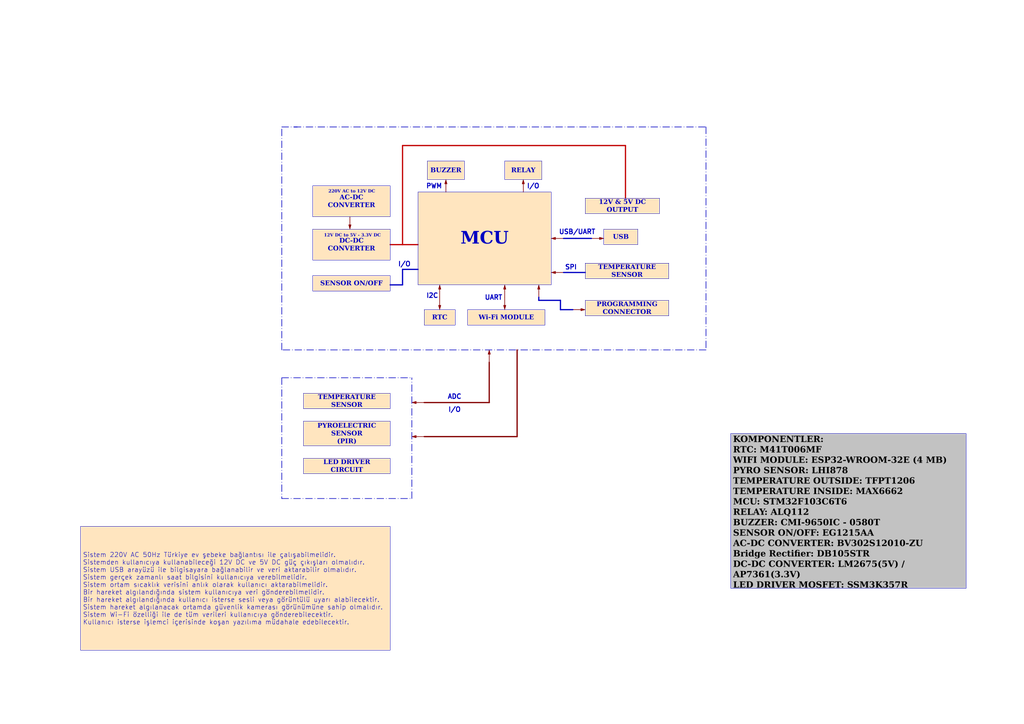
<source format=kicad_sch>
(kicad_sch (version 20250114) (generator "eeschema") (generator_version "9.0")
  (paper "A3")
  (title_block (title "Block Diagram") (comment 3 "Yusuf Karabocek") (comment 4 "Designed by"))
  (lib_symbols
    (symbol "Graphic:SYM_Arrow_Normal" (in_bom no) (on_board no)
      (symbol "SYM_Arrow_Normal_0_1"
        (polyline (pts (xy 1.524 0) (xy -2.54 0)) (stroke (width 0.254)))
        (polyline (pts (xy 2.54 0) (xy 0.762 -0.508) (xy 0.762 0.508) (xy 2.54 0)) (fill (type outline)))
      )
    )
  )
  (text "I/O\n" (at 165.862 108.458 0) (effects (font (size 1.905 1.905) (thickness 0.381) (bold yes))))
  (text "I/O\n" (at 186.436 168.148 0) (effects (font (size 1.905 1.905) (thickness 0.381) (bold yes))))
  (text "I/O\n" (at 218.694 76.454 0) (effects (font (size 1.905 1.905) (thickness 0.381) (bold yes))))
  (text "ADC\n" (at 186.436 162.814 0) (effects (font (size 1.905 1.905) (thickness 0.381) (bold yes))))
  (text "PWM" (at 178.054 76.454 0) (effects (font (size 1.905 1.905) (thickness 0.381) (bold yes))))
  (text "220V AC to 12V DC" (at 144.272 78.994 0) (effects (font (size 1.27 1.27) (thickness 0.381) (bold yes))))
  (text "USB/UART" (at 236.728 95.25 0) (effects (font (size 1.905 1.905) (thickness 0.381) (bold yes))))
  (text "I2C\n" (at 177.292 121.412 0) (effects (font (size 1.905 1.905) (thickness 0.381) (bold yes))))
  (text "SPI\n" (at 234.188 109.728 0) (effects (font (size 1.905 1.905) (thickness 0.381) (bold yes))))
  (text "UART" (at 202.438 122.174 0) (effects (font (size 1.905 1.905) (thickness 0.381) (bold yes))))
  (text "12V DC to 5V - 3.3V DC" (at 144.526 97.028 0) (effects (font (size 1.27 1.27) (thickness 0.381) (bold yes))))
  (text_box "RTC\n" (at 173.99 127 0) (size 12.7 6.35) (margins 0.9525 0.9525 0.9525 0.9525) (fill (type color) (color 255 229 191 1)) (effects (font (size 1.905 1.905) (thickness 0.254) (bold yes))))
  (text_box "DC-DC CONVERTER\n" (at 128.27 93.98 0) (size 31.75 12.7) (margins 0.9525 0.9525 0.9525 0.9525) (fill (type color) (color 255 229 191 1)) (effects (font (size 1.905 1.905) (thickness 0.254) (bold yes))))
  (text_box "Sistem 220V AC 50Hz Türkiye ev şebeke bağlantısı ile çalışabilmelidir.\nSistemden kullanıcıya kullanabileceği 12V DC ve 5V DC güç çıkışları olmalıdır. \nSistem USB arayüzü ile bilgisayara bağlanabilir ve veri aktarabilir olmalıdır. \nSistem gerçek zamanlı saat bilgisini kullanıcıya verebilmelidir.\nSistem ortam sıcaklık verisini anlık olarak kullanıcı aktarabilmelidir.\nBir hareket algılandığında sistem kullanıcıya veri gönderebilmelidir.\nBir hareket algılandığında kullanıcı isterse sesli veya görüntülü uyarı alabilecektir. \nSistem hareket algılanacak ortamda güvenlik kamerası görünümüne sahip olmalıdır. \nSistem Wi-Fi özelliği ile de tüm verileri kullanıcıya gönderebilecektir. \nKullanıcı isterse işlemci içerisinde koşan yazılıma müdahale edebilecektir.\n" (at 33.02 215.9 0) (size 127 50.8) (margins 0.9525 0.9525 0.9525 0.9525) (fill (type color) (color 255 229 191 1)) (effects (font (size 1.905 1.905)) (justify left)))
  (text_box "KOMPONENTLER:\nRTC: M41T006MF\nWIFI MODULE: ESP32-WROOM-32E (4 MB)\nPYRO SENSOR: LHI878\nTEMPERATURE OUTSIDE: TFPT1206\nTEMPERATURE INSIDE: MAX6662\nMCU: STM32F103C6T6\nRELAY: ALQ112\nBUZZER: CMI-9650IC - 0580T\nSENSOR ON/OFF: EG1215AA\nAC-DC CONVERTER: BV302S12010-ZU\nBridge Rectifier: DB105STR\nDC-DC CONVERTER: LM2675(5V) / AP7361(3.3V)\nLED DRIVER MOSFET: SSM3K357R" (at 299.72 177.8 0) (size 96.52 63.5) (margins 0.9525 0.9525 0.9525 0.9525) (fill (type color) (color 194 194 194 1)) (effects (font (size 2.54 2.54) (bold yes)) (justify left top)))
  (text_box "RELAY" (at 207.01 66.04 0) (size 15.24 7.62) (margins 0.9525 0.9525 0.9525 0.9525) (fill (type color) (color 255 229 191 1)) (effects (font (size 1.905 1.905) (thickness 0.254) (bold yes))))
  (text_box "PROGRAMMING CONNECTOR" (at 240.03 123.19 0) (size 34.29 6.35) (margins 0.9525 0.9525 0.9525 0.9525) (fill (type color) (color 255 229 191 1)) (effects (font (size 1.905 1.905) (thickness 0.254) (bold yes))))
  (text_box "USB" (at 247.65 93.98 0) (size 13.97 6.35) (margins 0.9525 0.9525 0.9525 0.9525) (fill (type color) (color 255 229 191 1)) (effects (font (size 1.905 1.905) (thickness 0.254) (bold yes))))
  (text_box "12V & 5V DC OUTPUT" (at 240.03 81.28 0) (size 30.48 6.35) (margins 0.9525 0.9525 0.9525 0.9525) (fill (type color) (color 255 229 191 1)) (effects (font (size 1.905 1.905) (thickness 0.254) (bold yes))))
  (text_box "TEMPERATURE SENSOR\n" (at 124.46 161.29 0) (size 35.56 6.35) (margins 0.9525 0.9525 0.9525 0.9525) (fill (type color) (color 255 229 191 1)) (effects (font (size 1.905 1.905) (thickness 0.254) (bold yes))))
  (text_box "MCU\n" (at 171.45 78.74 0) (size 54.61 38.1) (margins 0.9525 0.9525 0.9525 0.9525) (fill (type color) (color 255 229 191 1)) (effects (font (size 5.08 5.08) (thickness 0.254) (bold yes))))
  (text_box "PYROELECTRIC SENSOR\n(PIR)" (at 124.46 172.72 0) (size 35.56 10.16) (margins 0.9525 0.9525 0.9525 0.9525) (fill (type color) (color 255 229 191 1)) (effects (font (size 1.905 1.905) (thickness 0.254) (bold yes))))
  (text_box "Wi-Fi MODULE\n" (at 191.77 127 0) (size 31.75 6.35) (margins 0.9525 0.9525 0.9525 0.9525) (fill (type color) (color 255 229 191 1)) (effects (font (size 1.905 1.905) (thickness 0.254) (bold yes))))
  (text_box "SENSOR ON/OFF\n" (at 128.27 113.03 0) (size 31.75 6.35) (margins 0.9525 0.9525 0.9525 0.9525) (fill (type color) (color 255 229 191 1)) (effects (font (size 1.905 1.905) (thickness 0.254) (bold yes))))
  (text_box "TEMPERATURE SENSOR\n" (at 240.03 107.95 0) (size 34.29 6.35) (margins 0.9525 0.9525 0.9525 0.9525) (fill (type color) (color 255 229 191 1)) (effects (font (size 1.905 1.905) (thickness 0.254) (bold yes))))
  (text_box "LED DRIVER CIRCUIT\n" (at 124.46 187.96 0) (size 35.56 6.35) (margins 0.9525 0.9525 0.9525 0.9525) (fill (type color) (color 255 229 191 1)) (effects (font (size 1.905 1.905) (thickness 0.254) (bold yes))))
  (text_box "BUZZER" (at 175.26 66.04 0) (size 15.24 7.62) (margins 0.9525 0.9525 0.9525 0.9525) (fill (type color) (color 255 229 191 1)) (effects (font (size 1.905 1.905) (thickness 0.254) (bold yes))))
  (text_box "AC-DC CONVERTER\n" (at 128.27 76.2 0) (size 31.75 12.7) (margins 0.9525 0.9525 0.9525 0.9525) (fill (type color) (color 255 229 191 1)) (effects (font (size 1.905 1.905) (thickness 0.254) (bold yes))))
  (polyline (pts (xy 160.02 116.84) (xy 165.1 116.84)) (stroke (width 0.508) (type solid)))
  (polyline (pts (xy 231.14 111.76) (xy 240.03 111.76)) (stroke (width 0.508) (type solid)))
  (polyline (pts (xy 115.57 52.07) (xy 121.92 52.07)) (stroke (width 0.254) (type dash_dot)))
  (polyline (pts (xy 220.98 121.92) (xy 220.98 123.19)))
  (polyline (pts (xy 168.91 204.47) (xy 168.91 154.94)) (stroke (width 0.254) (type dash_dot)))
  (polyline (pts (xy 220.98 121.92) (xy 220.98 123.19)))
  (polyline (pts (xy 115.57 204.47) (xy 168.91 204.47)) (stroke (width 0.254) (type dash_dot)))
  (polyline (pts (xy 115.57 143.51) (xy 115.57 52.07)) (stroke (width 0.254) (type dash_dot)))
  (polyline (pts (xy 212.09 179.07) (xy 212.09 143.51)) (stroke (width 0.508) (type solid) (color 132 0 0 1)))
  (polyline (pts (xy 289.56 143.51) (xy 115.57 143.51)) (stroke (width 0.254) (type dash_dot)))
  (polyline (pts (xy 165.1 110.49) (xy 171.45 110.49)) (stroke (width 0.508) (type solid)))
  (polyline (pts (xy 115.57 154.94) (xy 168.91 154.94)) (stroke (width 0.254) (type dash_dot)))
  (polyline (pts (xy 165.1 100.33) (xy 165.1 59.69)) (stroke (width 0.508) (type solid) (color 194 0 0 1)))
  (polyline (pts (xy 165.1 59.69) (xy 256.54 59.69)) (stroke (width 0.508) (type solid) (color 194 0 0 1)))
  (polyline (pts (xy 234.95 127) (xy 229.87 127)) (stroke (width 0.508) (type solid)))
  (polyline (pts (xy 120.65 52.07) (xy 289.56 52.07)) (stroke (width 0.254) (type dash_dot)))
  (polyline (pts (xy 220.98 121.92) (xy 220.98 123.19)))
  (polyline (pts (xy 200.66 165.1) (xy 200.66 148.59)) (stroke (width 0.508) (type solid) (color 132 0 0 1)))
  (polyline (pts (xy 220.98 121.92) (xy 220.98 123.19)))
  (polyline (pts (xy 229.87 127) (xy 229.87 123.19)) (stroke (width 0.508) (type solid)))
  (polyline (pts (xy 115.57 154.94) (xy 115.57 204.47)) (stroke (width 0.254) (type dash_dot)))
  (polyline (pts (xy 160.02 100.33) (xy 171.45 100.33)) (stroke (width 0.508) (type solid) (color 194 0 0 1)))
  (polyline (pts (xy 256.54 59.69) (xy 256.54 81.28)) (stroke (width 0.508) (type solid) (color 194 0 0 1)))
  (polyline (pts (xy 220.98 121.92) (xy 220.98 123.19)) (stroke (width 0.508) (type solid)))
  (polyline (pts (xy 173.99 179.07) (xy 212.09 179.07)) (stroke (width 0.508) (type solid) (color 132 0 0 1)))
  (polyline (pts (xy 231.14 97.79) (xy 236.22 97.79)) (stroke (width 0.508) (type solid)))
  (polyline (pts (xy 173.99 165.1) (xy 200.66 165.1)) (stroke (width 0.508) (type solid) (color 132 0 0 1)))
  (polyline (pts (xy 236.22 97.79) (xy 242.57 97.79)) (stroke (width 0.508) (type solid)))
  (polyline (pts (xy 229.87 123.19) (xy 220.98 123.19)) (stroke (width 0.508) (type solid)))
  (polyline (pts (xy 289.56 52.07) (xy 289.56 143.51)) (stroke (width 0.254) (type dash_dot)))
  (polyline (pts (xy 165.1 116.84) (xy 165.1 110.49)) (stroke (width 0.508) (type solid)))
  (symbol (lib_id "Graphic:SYM_Arrow_Normal") (at 171.45 165.1 180) (unit 1) (exclude_from_sim yes) (in_bom no) (on_board no)
    (property "Reference" "#SYM3" (effects (hide yes)))
    (property "Value" "SYM_Arrow_Normal" (effects (hide yes)))
    (property "Description" "Filled arrow, 200mil" (effects (hide yes)))
  )
  (symbol (lib_id "Graphic:SYM_Arrow_Normal") (at 143.51 91.44 270) (unit 1) (exclude_from_sim yes) (in_bom no) (on_board no)
    (property "Reference" "#SYM1" (effects (hide yes)))
    (property "Value" "SYM_Arrow_Normal" (effects (hide yes)))
    (property "Description" "Filled arrow, 200mil" (effects (hide yes)))
  )
  (symbol (lib_id "Graphic:SYM_Arrow_Normal") (at 182.88 76.2 90) (unit 1) (exclude_from_sim yes) (in_bom no) (on_board no)
    (property "Reference" "#SYM12" (effects (hide yes)))
    (property "Value" "SYM_Arrow_Normal" (effects (hide yes)))
    (property "Description" "Filled arrow, 200mil" (effects (hide yes)))
  )
  (symbol (lib_id "Graphic:SYM_Arrow_Normal") (at 228.6 97.79 180) (unit 1) (exclude_from_sim yes) (in_bom no) (on_board no)
    (property "Reference" "#SYM9" (effects (hide yes)))
    (property "Value" "SYM_Arrow_Normal" (effects (hide yes)))
    (property "Description" "Filled arrow, 200mil" (effects (hide yes)))
  )
  (symbol (lib_id "Graphic:SYM_Arrow_Normal") (at 214.63 76.2 90) (unit 1) (exclude_from_sim yes) (in_bom no) (on_board no)
    (property "Reference" "#SYM11" (effects (hide yes)))
    (property "Value" "SYM_Arrow_Normal" (effects (hide yes)))
    (property "Description" "Filled arrow, 200mil" (effects (hide yes)))
  )
  (symbol (lib_id "Graphic:SYM_Arrow_Normal") (at 180.34 119.38 90) (unit 1) (exclude_from_sim yes) (in_bom no) (on_board no)
    (property "Reference" "#SYM4" (effects (hide yes)))
    (property "Value" "SYM_Arrow_Normal" (effects (hide yes)))
    (property "Description" "Filled arrow, 200mil" (effects (hide yes)))
  )
  (symbol (lib_id "Graphic:SYM_Arrow_Normal") (at 245.11 97.79 0) (unit 1) (exclude_from_sim yes) (in_bom no) (on_board no)
    (property "Reference" "#SYM10" (effects (hide yes)))
    (property "Value" "SYM_Arrow_Normal" (effects (hide yes)))
    (property "Description" "Filled arrow, 200mil" (effects (hide yes)))
  )
  (symbol (lib_id "Graphic:SYM_Arrow_Normal") (at 207.01 119.38 90) (unit 1) (exclude_from_sim yes) (in_bom no) (on_board no)
    (property "Reference" "#SYM7" (effects (hide yes)))
    (property "Value" "SYM_Arrow_Normal" (effects (hide yes)))
    (property "Description" "Filled arrow, 200mil" (effects (hide yes)))
  )
  (symbol (lib_id "Graphic:SYM_Arrow_Normal") (at 200.66 146.05 90) (unit 1) (exclude_from_sim yes) (in_bom no) (on_board no)
    (property "Reference" "#SYM2" (effects (hide yes)))
    (property "Value" "SYM_Arrow_Normal" (effects (hide yes)))
    (property "Description" "Filled arrow, 200mil" (effects (hide yes)))
  )
  (symbol (lib_id "Graphic:SYM_Arrow_Normal") (at 237.49 127 0) (unit 1) (exclude_from_sim yes) (in_bom no) (on_board no)
    (property "Reference" "#SYM14" (effects (hide yes)))
    (property "Value" "SYM_Arrow_Normal" (effects (hide yes)))
    (property "Description" "Filled arrow, 200mil" (effects (hide yes)))
  )
  (symbol (lib_id "Graphic:SYM_Arrow_Normal") (at 207.01 124.46 270) (unit 1) (exclude_from_sim yes) (in_bom no) (on_board no)
    (property "Reference" "#SYM6" (effects (hide yes)))
    (property "Value" "SYM_Arrow_Normal" (effects (hide yes)))
    (property "Description" "Filled arrow, 200mil" (effects (hide yes)))
  )
  (symbol (lib_id "Graphic:SYM_Arrow_Normal") (at 180.34 124.46 270) (unit 1) (exclude_from_sim yes) (in_bom no) (on_board no)
    (property "Reference" "#SYM5" (effects (hide yes)))
    (property "Value" "SYM_Arrow_Normal" (effects (hide yes)))
    (property "Description" "Filled arrow, 200mil" (effects (hide yes)))
  )
  (symbol (lib_id "Graphic:SYM_Arrow_Normal") (at 228.6 111.76 180) (unit 1) (exclude_from_sim yes) (in_bom no) (on_board no)
    (property "Reference" "#SYM8" (effects (hide yes)))
    (property "Value" "SYM_Arrow_Normal" (effects (hide yes)))
    (property "Description" "Filled arrow, 200mil" (effects (hide yes)))
  )
  (symbol (lib_id "Graphic:SYM_Arrow_Normal") (at 220.98 119.38 270) (mirror x) (unit 1) (exclude_from_sim yes) (in_bom no) (on_board no)
    (property "Reference" "#SYM13" (effects (hide yes)))
    (property "Value" "SYM_Arrow_Normal" (effects (hide yes)))
    (property "Description" "Filled arrow, 200mil" (effects (hide yes)))
  )
  (symbol (lib_id "Graphic:SYM_Arrow_Normal") (at 171.45 179.07 180) (unit 1) (exclude_from_sim yes) (in_bom no) (on_board no)
    (property "Reference" "#SYM15" (effects (hide yes)))
    (property "Value" "SYM_Arrow_Normal" (effects (hide yes)))
    (property "Description" "Filled arrow, 200mil" (effects (hide yes)))
  )
)
</source>
